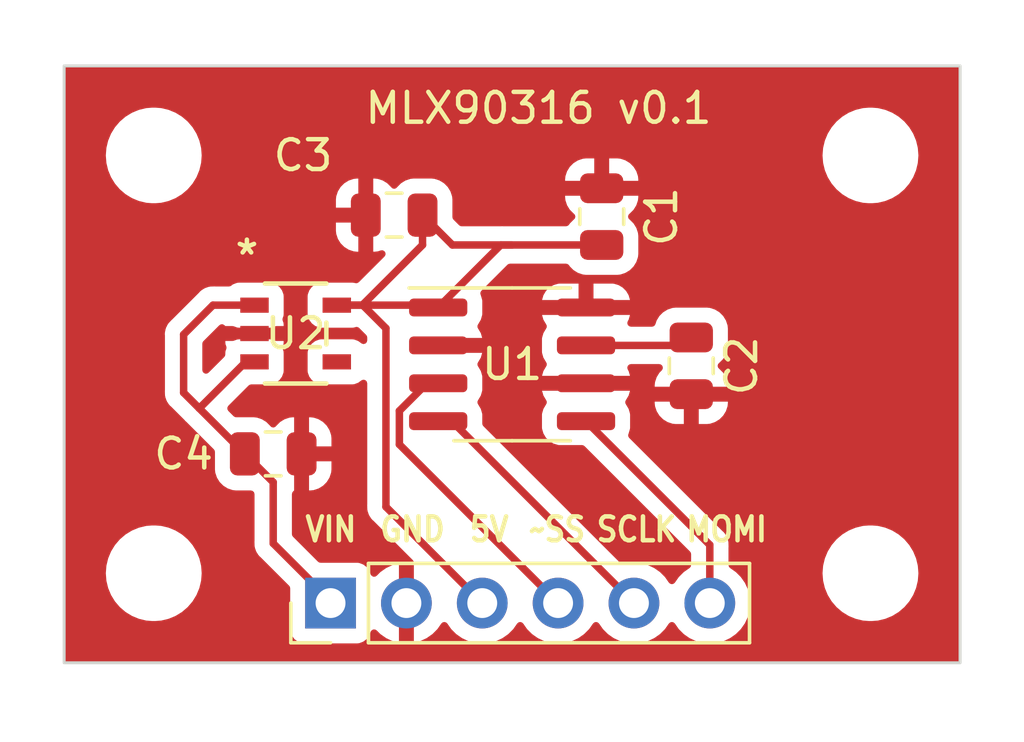
<source format=kicad_pcb>
(kicad_pcb (version 20221018) (generator pcbnew)
  (layers (0 "F.Cu" signal) (31 "B.Cu" signal) (34 "B.Paste" user) (35 "F.Paste" user) (36 "B.SilkS" user "B.Silkscreen") (37 "F.SilkS" user "F.Silkscreen") (38 "B.Mask" user) (39 "F.Mask" user) (44 "Edge.Cuts" user))
  (net 0 "")
  (net 1 "GND")
  (net 2 "{slash}SS")
  (net 3 "SCLK")
  (net 4 "MOMI")
  (net 6 "5V")
  (net 7 "VIN")
  (net 8 "VDig")
  (footprint "MountingHole:MountingHole_2.7mm_M2.5" (layer "F.Cu") (at 103 117)
    (fp_text reference "H3" hide)
    (fp_text value "MountingHole")
    (pad "" np_thru_hole circle (at 0 0) (size 2.7 2.7) (drill 2.7) (layers "*.Cu" "*.Mask"))
  )
  (footprint "Connector_PinHeader_2.54mm:PinHeader_1x06_P2.54mm_Vertical" (layer "F.Cu") (at 108.92 118 90)
    (fp_text reference "J1" hide)
    (fp_text value "Conn_01x06")
    (fp_line (start -1.33 -1.33) (end 0 -1.33) (stroke (width 0.12)) (layer "F.SilkS"))
    (fp_line (start -1.33 0) (end -1.33 -1.33) (stroke (width 0.12)) (layer "F.SilkS"))
    (fp_line (start -1.33 1.27) (end -1.33 14.03) (stroke (width 0.12)) (layer "F.SilkS"))
    (fp_line (start -1.33 1.27) (end 1.33 1.27) (stroke (width 0.12)) (layer "F.SilkS"))
    (fp_line (start -1.33 14.03) (end 1.33 14.03) (stroke (width 0.12)) (layer "F.SilkS"))
    (fp_line (start 1.33 1.27) (end 1.33 14.03) (stroke (width 0.12)) (layer "F.SilkS"))
    (pad "1" thru_hole rect (at 0 0 90) (size 1.7 1.7) (drill 1) (layers "*.Cu" "*.Mask") (net 7 "VIN"))
    (pad "2" thru_hole oval (at 0 2.54 90) (size 1.7 1.7) (drill 1) (layers "*.Cu" "*.Mask") (net 1 "GND"))
    (pad "3" thru_hole oval (at 0 5.08 90) (size 1.7 1.7) (drill 1) (layers "*.Cu" "*.Mask") (net 6 "5V"))
    (pad "4" thru_hole oval (at 0 7.62 90) (size 1.7 1.7) (drill 1) (layers "*.Cu" "*.Mask") (net 2 "{slash}SS"))
    (pad "5" thru_hole oval (at 0 10.16 90) (size 1.7 1.7) (drill 1) (layers "*.Cu" "*.Mask") (net 3 "SCLK"))
    (pad "6" thru_hole oval (at 0 12.7 90) (size 1.7 1.7) (drill 1) (layers "*.Cu" "*.Mask") (net 4 "MOMI"))
  )
  (footprint "Package_SO:SOIC-8_3.9x4.9mm_P1.27mm" (layer "F.Cu") (at 115 110)
    (fp_text reference "U1" (at 0 0) (layer "F.SilkS"))
    (fp_text value "MLX90316")
    (fp_line (start 0 -2.56) (end -3.45 -2.56) (stroke (width 0.12)) (layer "F.SilkS"))
    (fp_line (start 0 -2.56) (end 1.95 -2.56) (stroke (width 0.12)) (layer "F.SilkS"))
    (fp_line (start 0 2.56) (end -1.95 2.56) (stroke (width 0.12)) (layer "F.SilkS"))
    (fp_line (start 0 2.56) (end 1.95 2.56) (stroke (width 0.12)) (layer "F.SilkS"))
    (pad "1" smd roundrect (at -2.475 -1.905) (size 1.95 0.6) (layers "F.Cu" "F.Paste" "F.Mask") (net 6 "5V"))
    (pad "2" smd roundrect (at -2.475 -0.635) (size 1.95 0.6) (layers "F.Cu" "F.Paste" "F.Mask") (net 1 "GND"))
    (pad "3" smd roundrect (at -2.475 0.635) (size 1.95 0.6) (layers "F.Cu" "F.Paste" "F.Mask") (net 2 "{slash}SS"))
    (pad "4" smd roundrect (at -2.475 1.905) (size 1.95 0.6) (layers "F.Cu" "F.Paste" "F.Mask") (net 3 "SCLK"))
    (pad "5" smd roundrect (at 2.475 1.905) (size 1.95 0.6) (layers "F.Cu" "F.Paste" "F.Mask") (net 4 "MOMI"))
    (pad "6" smd roundrect (at 2.475 0.635) (size 1.95 0.6) (layers "F.Cu" "F.Paste" "F.Mask") (net 1 "GND"))
    (pad "7" smd roundrect (at 2.475 -0.635) (size 1.95 0.6) (layers "F.Cu" "F.Paste" "F.Mask") (net 8 "VDig"))
    (pad "8" smd roundrect (at 2.475 -1.905) (size 1.95 0.6) (layers "F.Cu" "F.Paste" "F.Mask") (net 1 "GND"))
  )
  (footprint "MountingHole:MountingHole_2.7mm_M2.5" (layer "F.Cu") (at 127 103)
    (fp_text reference "H2" hide)
    (fp_text value "MountingHole")
    (pad "" np_thru_hole circle (at 0 0) (size 2.7 2.7) (drill 2.7) (layers "*.Cu" "*.Mask"))
  )
  (footprint "Capacitor_SMD:C_0805_2012Metric" (layer "F.Cu") (at 107 113)
    (fp_text reference "C4" (at -3 0) (layer "F.SilkS"))
    (fp_text value "0.1uF")
    (fp_line (start -0.261252 -0.735) (end 0.261252 -0.735) (stroke (width 0.12)) (layer "F.SilkS"))
    (fp_line (start -0.261252 0.735) (end 0.261252 0.735) (stroke (width 0.12)) (layer "F.SilkS"))
    (pad "1" smd roundrect (at -0.95 0) (size 1 1.45) (layers "F.Cu" "F.Paste" "F.Mask") (net 7 "VIN"))
    (pad "2" smd roundrect (at 0.95 0) (size 1 1.45) (layers "F.Cu" "F.Paste" "F.Mask") (net 1 "GND"))
  )
  (footprint "Capacitor_SMD:C_0805_2012Metric" (layer "F.Cu") (at 111.05 105 180)
    (fp_text reference "C3" (at 3.05 2) (layer "F.SilkS"))
    (fp_text value "1uF")
    (fp_line (start -0.261252 -0.735) (end 0.261252 -0.735) (stroke (width 0.12)) (layer "F.SilkS"))
    (fp_line (start -0.261252 0.735) (end 0.261252 0.735) (stroke (width 0.12)) (layer "F.SilkS"))
    (pad "1" smd roundrect (at -0.95 0 180) (size 1 1.45) (layers "F.Cu" "F.Paste" "F.Mask") (net 6 "5V"))
    (pad "2" smd roundrect (at 0.95 0 180) (size 1 1.45) (layers "F.Cu" "F.Paste" "F.Mask") (net 1 "GND"))
  )
  (footprint "MountingHole:MountingHole_2.7mm_M2.5" (layer "F.Cu") (at 127 117)
    (fp_text reference "H4" hide)
    (fp_text value "MountingHole")
    (pad "" np_thru_hole circle (at 0 0) (size 2.7 2.7) (drill 2.7) (layers "*.Cu" "*.Mask"))
  )
  (footprint "MountingHole:MountingHole_2.7mm_M2.5" (layer "F.Cu") (at 103 103)
    (fp_text reference "H1" hide)
    (fp_text value "MountingHole")
    (pad "" np_thru_hole circle (at 0 0) (size 2.7 2.7) (drill 2.7) (layers "*.Cu" "*.Mask"))
  )
  (footprint "footprints:SOT_EF50_LMCT_TOS" (layer "F.Cu") (at 107.75115 108.96724)
    (fp_text reference "U2" (at 0 0 unlocked) (layer "F.SilkS"))
    (fp_text value "TCR2EF50_LMCT")
    (fp_text user "*" (at -1.63195 -2.60096 unlocked) (layer "F.SilkS"))
    (fp_line (start -1.0287 1.6764) (end 1.0287 1.6764) (stroke (width 0.1524)) (layer "F.SilkS"))
    (fp_line (start 1.0287 -1.6764) (end -1.0287 -1.6764) (stroke (width 0.1524)) (layer "F.SilkS"))
    (fp_line (start 1.0287 0.36322) (end 1.0287 -0.36322) (stroke (width 0.1524)) (layer "F.SilkS"))
    (pad "1" smd rect (at -1.37795 -0.94996) (size 0.9525 0.508) (layers "F.Cu" "F.Paste" "F.Mask") (net 7 "VIN"))
    (pad "2" smd rect (at -1.37795 0) (size 0.9525 0.508) (layers "F.Cu" "F.Paste" "F.Mask") (net 1 "GND"))
    (pad "3" smd rect (at -1.37795 0.94996) (size 0.9525 0.508) (layers "F.Cu" "F.Paste" "F.Mask") (net 7 "VIN"))
    (pad "4" smd rect (at 1.37795 0.94996) (size 0.9525 0.508) (layers "F.Cu" "F.Paste" "F.Mask"))
    (pad "5" smd rect (at 1.37795 -0.94996) (size 0.9525 0.508) (layers "F.Cu" "F.Paste" "F.Mask") (net 6 "5V"))
  )
  (footprint "Capacitor_SMD:C_0805_2012Metric" (layer "F.Cu") (at 118 105.05 90)
    (fp_text reference "C1" (at 0 2 90) (layer "F.SilkS"))
    (fp_text value "100nF")
    (fp_line (start -0.261252 -0.735) (end 0.261252 -0.735) (stroke (width 0.12)) (layer "F.SilkS"))
    (fp_line (start -0.261252 0.735) (end 0.261252 0.735) (stroke (width 0.12)) (layer "F.SilkS"))
    (pad "1" smd roundrect (at -0.95 0 90) (size 1 1.45) (layers "F.Cu" "F.Paste" "F.Mask") (net 6 "5V"))
    (pad "2" smd roundrect (at 0.95 0 90) (size 1 1.45) (layers "F.Cu" "F.Paste" "F.Mask") (net 1 "GND"))
  )
  (footprint "Capacitor_SMD:C_0805_2012Metric" (layer "F.Cu") (at 121 110.05 -90)
    (fp_text reference "C2" (at 0 -1.68 90) (layer "F.SilkS"))
    (fp_text value "100nF")
    (fp_line (start -0.261252 -0.735) (end 0.261252 -0.735) (stroke (width 0.12)) (layer "F.SilkS"))
    (fp_line (start -0.261252 0.735) (end 0.261252 0.735) (stroke (width 0.12)) (layer "F.SilkS"))
    (pad "1" smd roundrect (at -0.95 0 270) (size 1 1.45) (layers "F.Cu" "F.Paste" "F.Mask") (net 8 "VDig"))
    (pad "2" smd roundrect (at 0.95 0 270) (size 1 1.45) (layers "F.Cu" "F.Paste" "F.Mask") (net 1 "GND"))
  )
  (gr_rect (start 100 100) (end 130 120) (stroke (width 0.1)) (fill none) (layer "Edge.Cuts"))
  (gr_text "GND\n" (at 110.5 116) (layer "F.SilkS") (effects (font (size 0.8 0.7)) (justify left bottom)))
  (gr_text "VIN" (at 108 116) (layer "F.SilkS") (effects (font (size 0.8 0.7)) (justify left bottom)))
  (gr_text "5V\n" (at 113.5 116) (layer "F.SilkS") (effects (font (size 0.8 0.7)) (justify left bottom)))
  (gr_text "MOMI\n" (at 120.75 116) (layer "F.SilkS") (effects (font (size 0.8 0.7)) (justify left bottom)))
  (gr_text "~SS\n" (at 115.5 116) (layer "F.SilkS") (effects (font (size 0.8 0.7)) (justify left bottom)))
  (gr_text "SCLK" (at 117.75 116) (layer "F.SilkS") (effects (font (size 0.8 0.7)) (justify left bottom)))
  (gr_text "MLX90316 v0.1" (at 110 102) (layer "F.SilkS") (effects (font (size 1 1)) (justify left bottom)))
  (segment (start 112.525 110.635) (end 112.148249 110.635) (width 0.25) (layer "F.Cu") (net 2))
  (segment (start 112.148249 110.635) (end 111.225 111.558249) (width 0.25) (layer "F.Cu") (net 2))
  (segment (start 111.225 112.685) (end 116.54 118) (width 0.25) (layer "F.Cu") (net 2))
  (segment (start 111.225 111.558249) (end 111.225 112.685) (width 0.25) (layer "F.Cu") (net 2))
  (segment (start 112.985 111.905) (end 112.525 111.905) (width 0.25) (layer "F.Cu") (net 3))
  (segment (start 119.08 118) (end 112.985 111.905) (width 0.25) (layer "F.Cu") (net 3))
  (segment (start 121.62 116.05) (end 117.475 111.905) (width 0.25) (layer "F.Cu") (net 4))
  (segment (start 121.62 118) (end 121.62 116.05) (width 0.25) (layer "F.Cu") (net 4))
  (segment (start 114.62 106) (end 112.525 108.095) (width 0.25) (layer "F.Cu") (net 6))
  (segment (start 110 108.01728) (end 112.44728 108.01728) (width 0.25) (layer "F.Cu") (net 6))
  (segment (start 109.1291 108.01728) (end 110 108.01728) (width 0.25) (layer "F.Cu") (net 6))
  (segment (start 113 106) (end 115 106) (width 0.25) (layer "F.Cu") (net 6))
  (segment (start 114 118) (end 110.775 114.775) (width 0.25) (layer "F.Cu") (net 6))
  (segment (start 112 105) (end 113 106) (width 0.25) (layer "F.Cu") (net 6))
  (segment (start 118 106) (end 114.62 106) (width 0.25) (layer "F.Cu") (net 6))
  (segment (start 110.775 114.775) (end 110.775 108.79228) (width 0.25) (layer "F.Cu") (net 6))
  (segment (start 112.44728 108.01728) (end 112.525 108.095) (width 0.25) (layer "F.Cu") (net 6))
  (segment (start 109.98272 108.01728) (end 112 106) (width 0.25) (layer "F.Cu") (net 6))
  (segment (start 112 106) (end 112 105) (width 0.25) (layer "F.Cu") (net 6))
  (segment (start 109.1291 108.01728) (end 109.98272 108.01728) (width 0.25) (layer "F.Cu") (net 6))
  (segment (start 110.775 108.79228) (end 110 108.01728) (width 0.25) (layer "F.Cu") (net 6))
  (segment (start 108.92 117.92) (end 108.92 118) (width 0.25) (layer "F.Cu") (net 7))
  (segment (start 104.525 111.475) (end 106.0828 109.9172) (width 0.25) (layer "F.Cu") (net 7))
  (segment (start 106.05 113) (end 104.525 111.475) (width 0.25) (layer "F.Cu") (net 7))
  (segment (start 107 116) (end 108.92 117.92) (width 0.25) (layer "F.Cu") (net 7))
  (segment (start 107 113.95) (end 107 116) (width 0.25) (layer "F.Cu") (net 7))
  (segment (start 104.98272 108.01728) (end 106.3732 108.01728) (width 0.25) (layer "F.Cu") (net 7))
  (segment (start 104 110.95) (end 104 109) (width 0.25) (layer "F.Cu") (net 7))
  (segment (start 106.0828 109.9172) (end 106.3732 109.9172) (width 0.25) (layer "F.Cu") (net 7))
  (segment (start 106.05 113) (end 107 113.95) (width 0.25) (layer "F.Cu") (net 7))
  (segment (start 104.525 111.475) (end 104 110.95) (width 0.25) (layer "F.Cu") (net 7))
  (segment (start 104 109) (end 104.98272 108.01728) (width 0.25) (layer "F.Cu") (net 7))
  (segment (start 117.475 109.365) (end 120.735 109.365) (width 0.25) (layer "F.Cu") (net 8))
  (segment (start 120.735 109.365) (end 121 109.1) (width 0.25) (layer "F.Cu") (net 8))
  (zone (net 1) (net_name "GND") (layer "F.Cu") (connect_pads (clearance 0.5)) (min_thickness 0.25) (fill yes (thermal_gap 0.5) (thermal_bridge_width 0.5))
    (polygon (pts (xy 100 100) (xy 130 100) (xy 130 120) (xy 100 120)))
  )
)
</source>
